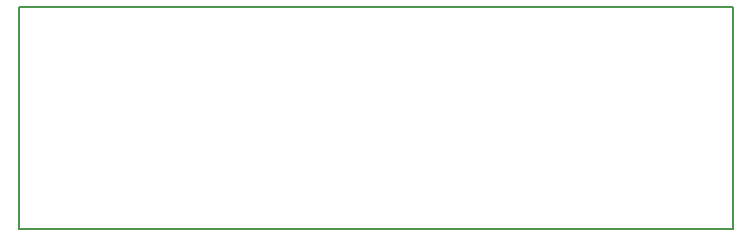
<source format=gko>
G04 #@! TF.FileFunction,Profile,NP*
%FSLAX46Y46*%
G04 Gerber Fmt 4.6, Leading zero omitted, Abs format (unit mm)*
G04 Created by KiCad (PCBNEW 4.0.2-stable) date Sunday, June 19, 2016 'PMt' 07:45:26 PM*
%MOMM*%
G01*
G04 APERTURE LIST*
%ADD10C,0.100000*%
%ADD11C,0.150000*%
G04 APERTURE END LIST*
D10*
D11*
X38709600Y-52933600D02*
X38709600Y-34137600D01*
X99161600Y-52933600D02*
X38709600Y-52933600D01*
X99161600Y-34137600D02*
X99161600Y-52933600D01*
X38709600Y-34137600D02*
X99161600Y-34137600D01*
M02*

</source>
